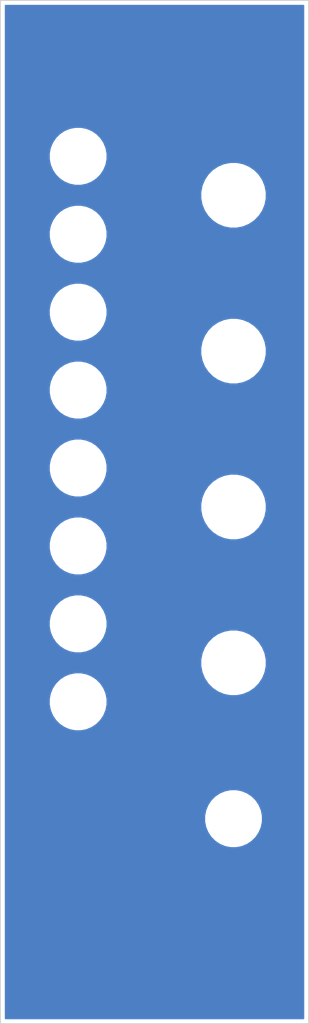
<source format=kicad_pcb>
(kicad_pcb (version 20171130) (host pcbnew 5.1.5-52549c5~86~ubuntu19.04.1)

  (general
    (thickness 1.6)
    (drawings 8)
    (tracks 0)
    (zones 0)
    (modules 13)
    (nets 1)
  )

  (page A4)
  (title_block
    (title ADSR)
    (date 2019-09-22)
    (rev 01)
    (comment 1 "Original design by René Schmitz")
    (comment 2 "PCB for Panel")
    (comment 4 "License CC BY 4.0 - Attribution 4.0 International")
  )

  (layers
    (0 F.Cu signal)
    (31 B.Cu signal)
    (32 B.Adhes user)
    (33 F.Adhes user)
    (34 B.Paste user)
    (35 F.Paste user)
    (36 B.SilkS user)
    (37 F.SilkS user)
    (38 B.Mask user)
    (39 F.Mask user)
    (40 Dwgs.User user)
    (41 Cmts.User user)
    (42 Eco1.User user)
    (43 Eco2.User user)
    (44 Edge.Cuts user)
    (45 Margin user)
    (46 B.CrtYd user)
    (47 F.CrtYd user)
    (48 B.Fab user)
    (49 F.Fab user)
  )

  (setup
    (last_trace_width 0.25)
    (trace_clearance 0.2)
    (zone_clearance 0.508)
    (zone_45_only no)
    (trace_min 0.2)
    (via_size 0.8)
    (via_drill 0.4)
    (via_min_size 0.4)
    (via_min_drill 0.3)
    (uvia_size 0.3)
    (uvia_drill 0.1)
    (uvias_allowed no)
    (uvia_min_size 0.2)
    (uvia_min_drill 0.1)
    (edge_width 0.05)
    (segment_width 0.2)
    (pcb_text_width 0.3)
    (pcb_text_size 1.5 1.5)
    (mod_edge_width 0.12)
    (mod_text_size 1 1)
    (mod_text_width 0.15)
    (pad_size 5 5)
    (pad_drill 0)
    (pad_to_mask_clearance 0.051)
    (solder_mask_min_width 0.25)
    (aux_axis_origin 0 0)
    (visible_elements 7FFFFFFF)
    (pcbplotparams
      (layerselection 0x010f0_ffffffff)
      (usegerberextensions false)
      (usegerberattributes false)
      (usegerberadvancedattributes false)
      (creategerberjobfile false)
      (excludeedgelayer true)
      (linewidth 0.100000)
      (plotframeref false)
      (viasonmask false)
      (mode 1)
      (useauxorigin false)
      (hpglpennumber 1)
      (hpglpenspeed 20)
      (hpglpendiameter 15.000000)
      (psnegative false)
      (psa4output false)
      (plotreference true)
      (plotvalue true)
      (plotinvisibletext false)
      (padsonsilk false)
      (subtractmaskfromsilk false)
      (outputformat 1)
      (mirror false)
      (drillshape 0)
      (scaleselection 1)
      (outputdirectory "gerbers/"))
  )

  (net 0 "")

  (net_class Default "This is the default net class."
    (clearance 0.2)
    (trace_width 0.25)
    (via_dia 0.8)
    (via_drill 0.4)
    (uvia_dia 0.3)
    (uvia_drill 0.1)
  )

  (module elektrophon:panel_jack (layer F.Cu) (tedit 5DA46DDA) (tstamp 5D6B4C03)
    (at 55.88 132.08)
    (descr "Mounting Hole 8.4mm, no annular, M8")
    (tags "mounting hole 8.4mm no annular m8")
    (path /5D6B07F8)
    (attr virtual)
    (fp_text reference H7 (at 0 -9.4) (layer F.SilkS) hide
      (effects (font (size 1 1) (thickness 0.15)))
    )
    (fp_text value out (at 0 9.144) (layer F.Mask) hide
      (effects (font (size 2 1.4) (thickness 0.25)))
    )
    (fp_circle (center 0 0) (end 4.2 0) (layer F.CrtYd) (width 0.05))
    (fp_circle (center 0 0) (end 4 0) (layer Cmts.User) (width 0.15))
    (fp_text user %R (at 0.3 0) (layer F.Fab) hide
      (effects (font (size 1 1) (thickness 0.15)))
    )
    (pad "" np_thru_hole circle (at 0 0) (size 6.4 6.4) (drill 6.4) (layers *.Cu *.Mask))
    (model "${KIPRJMOD}/../../../lib/kicad/models/PJ301M-12 Thonkiconn v0.2.stp"
      (offset (xyz 0 0.8 -10.5))
      (scale (xyz 1 1 1))
      (rotate (xyz 0 0 0))
    )
  )

  (module elektrophon:panel_potentiometer (layer F.Cu) (tedit 5DA46CEF) (tstamp 5EADD279)
    (at 55.88 50.8)
    (descr "Mounting Hole 8.4mm, no annular, M8")
    (tags "mounting hole 8.4mm no annular m8")
    (path /5D6AFC22)
    (attr virtual)
    (fp_text reference H2 (at 0 -9.4) (layer F.SilkS) hide
      (effects (font (size 1 1) (thickness 0.15)))
    )
    (fp_text value "#1" (at -26.67 0 90) (layer F.Mask)
      (effects (font (size 2 1.4) (thickness 0.25)))
    )
    (fp_circle (center 0 0) (end 6.6 0) (layer F.CrtYd) (width 0.05))
    (fp_circle (center 0 0) (end 6.35 0) (layer Cmts.User) (width 0.15))
    (fp_text user %R (at 0.3 0) (layer F.Fab)
      (effects (font (size 1 1) (thickness 0.15)))
    )
    (pad "" np_thru_hole circle (at 0 0) (size 7.4 7.4) (drill 7.4) (layers *.Cu *.Mask))
    (model "${KIPRJMOD}/../../../lib/kicad/models/chroma cap.step"
      (offset (xyz 0 0 8))
      (scale (xyz 1 1 1))
      (rotate (xyz -90 0 0))
    )
  )

  (module elektrophon:panel_jack (layer F.Cu) (tedit 5DA46DDA) (tstamp 5EADD271)
    (at 35.56 45.72)
    (descr "Mounting Hole 8.4mm, no annular, M8")
    (tags "mounting hole 8.4mm no annular m8")
    (path /5D6B047C)
    (attr virtual)
    (fp_text reference H1 (at 0 -9.4) (layer F.SilkS) hide
      (effects (font (size 1 1) (thickness 0.15)))
    )
    (fp_text value in1 (at 0 9.144) (layer F.Mask) hide
      (effects (font (size 2 1.4) (thickness 0.25)))
    )
    (fp_circle (center 0 0) (end 4.2 0) (layer F.CrtYd) (width 0.05))
    (fp_circle (center 0 0) (end 4 0) (layer Cmts.User) (width 0.15))
    (fp_text user %R (at 0.3 0) (layer F.Fab) hide
      (effects (font (size 1 1) (thickness 0.15)))
    )
    (pad "" np_thru_hole circle (at 0 0) (size 6.4 6.4) (drill 6.4) (layers *.Cu *.Mask))
    (model "${KIPRJMOD}/../../../lib/kicad/models/PJ301M-12 Thonkiconn v0.2.stp"
      (offset (xyz 0 0.8 -10.5))
      (scale (xyz 1 1 1))
      (rotate (xyz 0 0 0))
    )
  )

  (module elektrophon:panel_potentiometer (layer F.Cu) (tedit 5DA46CEF) (tstamp 5EADD16B)
    (at 55.88 111.76)
    (descr "Mounting Hole 8.4mm, no annular, M8")
    (tags "mounting hole 8.4mm no annular m8")
    (path /5EADB1C2)
    (attr virtual)
    (fp_text reference H13 (at 0 -9.4) (layer F.SilkS) hide
      (effects (font (size 1 1) (thickness 0.15)))
    )
    (fp_text value "#4" (at -26.67 0 90) (layer F.Mask)
      (effects (font (size 2 1.4) (thickness 0.25)))
    )
    (fp_circle (center 0 0) (end 6.6 0) (layer F.CrtYd) (width 0.05))
    (fp_circle (center 0 0) (end 6.35 0) (layer Cmts.User) (width 0.15))
    (fp_text user %R (at 0.3 0) (layer F.Fab)
      (effects (font (size 1 1) (thickness 0.15)))
    )
    (pad "" np_thru_hole circle (at 0 0) (size 7.4 7.4) (drill 7.4) (layers *.Cu *.Mask))
    (model "${KIPRJMOD}/../../../lib/kicad/models/chroma cap.step"
      (offset (xyz 0 0 8))
      (scale (xyz 1 1 1))
      (rotate (xyz -90 0 0))
    )
  )

  (module elektrophon:panel_potentiometer (layer F.Cu) (tedit 5DA46CEF) (tstamp 5EADD163)
    (at 55.88 91.44)
    (descr "Mounting Hole 8.4mm, no annular, M8")
    (tags "mounting hole 8.4mm no annular m8")
    (path /5EADA36C)
    (attr virtual)
    (fp_text reference H12 (at 0 -9.4) (layer F.SilkS) hide
      (effects (font (size 1 1) (thickness 0.15)))
    )
    (fp_text value "#3" (at -26.67 0 90) (layer F.Mask)
      (effects (font (size 2 1.4) (thickness 0.25)))
    )
    (fp_circle (center 0 0) (end 6.6 0) (layer F.CrtYd) (width 0.05))
    (fp_circle (center 0 0) (end 6.35 0) (layer Cmts.User) (width 0.15))
    (fp_text user %R (at 0.3 0) (layer F.Fab)
      (effects (font (size 1 1) (thickness 0.15)))
    )
    (pad "" np_thru_hole circle (at 0 0) (size 7.4 7.4) (drill 7.4) (layers *.Cu *.Mask))
    (model "${KIPRJMOD}/../../../lib/kicad/models/chroma cap.step"
      (offset (xyz 0 0 8))
      (scale (xyz 1 1 1))
      (rotate (xyz -90 0 0))
    )
  )

  (module elektrophon:panel_potentiometer (layer F.Cu) (tedit 5DA46CEF) (tstamp 5EADD15B)
    (at 55.88 71.12)
    (descr "Mounting Hole 8.4mm, no annular, M8")
    (tags "mounting hole 8.4mm no annular m8")
    (path /5EAD9687)
    (attr virtual)
    (fp_text reference H11 (at 0 -9.4) (layer F.SilkS) hide
      (effects (font (size 1 1) (thickness 0.15)))
    )
    (fp_text value "#2" (at -26.67 0 90) (layer F.Mask)
      (effects (font (size 2 1.4) (thickness 0.25)))
    )
    (fp_circle (center 0 0) (end 6.6 0) (layer F.CrtYd) (width 0.05))
    (fp_circle (center 0 0) (end 6.35 0) (layer Cmts.User) (width 0.15))
    (fp_text user %R (at 0.3 0) (layer F.Fab)
      (effects (font (size 1 1) (thickness 0.15)))
    )
    (pad "" np_thru_hole circle (at 0 0) (size 7.4 7.4) (drill 7.4) (layers *.Cu *.Mask))
    (model "${KIPRJMOD}/../../../lib/kicad/models/chroma cap.step"
      (offset (xyz 0 0 8))
      (scale (xyz 1 1 1))
      (rotate (xyz -90 0 0))
    )
  )

  (module elektrophon:panel_jack (layer F.Cu) (tedit 5DA46DDA) (tstamp 5EADD153)
    (at 35.56 116.84)
    (descr "Mounting Hole 8.4mm, no annular, M8")
    (tags "mounting hole 8.4mm no annular m8")
    (path /5EADB1CE)
    (attr virtual)
    (fp_text reference H10 (at 0 -9.4) (layer F.SilkS) hide
      (effects (font (size 1 1) (thickness 0.15)))
    )
    (fp_text value out4 (at 0 9.144) (layer F.Mask) hide
      (effects (font (size 2 1.4) (thickness 0.25)))
    )
    (fp_circle (center 0 0) (end 4.2 0) (layer F.CrtYd) (width 0.05))
    (fp_circle (center 0 0) (end 4 0) (layer Cmts.User) (width 0.15))
    (fp_text user %R (at 0.3 0) (layer F.Fab) hide
      (effects (font (size 1 1) (thickness 0.15)))
    )
    (pad "" np_thru_hole circle (at 0 0) (size 6.4 6.4) (drill 6.4) (layers *.Cu *.Mask))
    (model "${KIPRJMOD}/../../../lib/kicad/models/PJ301M-12 Thonkiconn v0.2.stp"
      (offset (xyz 0 0.8 -10.5))
      (scale (xyz 1 1 1))
      (rotate (xyz 0 0 0))
    )
  )

  (module elektrophon:panel_jack (layer F.Cu) (tedit 5DA46DDA) (tstamp 5EADD14B)
    (at 35.56 106.68)
    (descr "Mounting Hole 8.4mm, no annular, M8")
    (tags "mounting hole 8.4mm no annular m8")
    (path /5EADB1C8)
    (attr virtual)
    (fp_text reference H9 (at 0 -9.4) (layer F.SilkS) hide
      (effects (font (size 1 1) (thickness 0.15)))
    )
    (fp_text value in4 (at 0 9.144) (layer F.Mask) hide
      (effects (font (size 2 1.4) (thickness 0.25)))
    )
    (fp_circle (center 0 0) (end 4.2 0) (layer F.CrtYd) (width 0.05))
    (fp_circle (center 0 0) (end 4 0) (layer Cmts.User) (width 0.15))
    (fp_text user %R (at 0.3 0) (layer F.Fab) hide
      (effects (font (size 1 1) (thickness 0.15)))
    )
    (pad "" np_thru_hole circle (at 0 0) (size 6.4 6.4) (drill 6.4) (layers *.Cu *.Mask))
    (model "${KIPRJMOD}/../../../lib/kicad/models/PJ301M-12 Thonkiconn v0.2.stp"
      (offset (xyz 0 0.8 -10.5))
      (scale (xyz 1 1 1))
      (rotate (xyz 0 0 0))
    )
  )

  (module elektrophon:panel_jack (layer F.Cu) (tedit 5DA46DDA) (tstamp 5EADD143)
    (at 35.56 96.52)
    (descr "Mounting Hole 8.4mm, no annular, M8")
    (tags "mounting hole 8.4mm no annular m8")
    (path /5EADA378)
    (attr virtual)
    (fp_text reference H8 (at 0 -9.4) (layer F.SilkS) hide
      (effects (font (size 1 1) (thickness 0.15)))
    )
    (fp_text value out3 (at 0 9.144) (layer F.Mask) hide
      (effects (font (size 2 1.4) (thickness 0.25)))
    )
    (fp_circle (center 0 0) (end 4.2 0) (layer F.CrtYd) (width 0.05))
    (fp_circle (center 0 0) (end 4 0) (layer Cmts.User) (width 0.15))
    (fp_text user %R (at 0.3 0) (layer F.Fab) hide
      (effects (font (size 1 1) (thickness 0.15)))
    )
    (pad "" np_thru_hole circle (at 0 0) (size 6.4 6.4) (drill 6.4) (layers *.Cu *.Mask))
    (model "${KIPRJMOD}/../../../lib/kicad/models/PJ301M-12 Thonkiconn v0.2.stp"
      (offset (xyz 0 0.8 -10.5))
      (scale (xyz 1 1 1))
      (rotate (xyz 0 0 0))
    )
  )

  (module elektrophon:panel_jack (layer F.Cu) (tedit 5DA46DDA) (tstamp 5EADD12D)
    (at 35.56 86.36)
    (descr "Mounting Hole 8.4mm, no annular, M8")
    (tags "mounting hole 8.4mm no annular m8")
    (path /5EADA372)
    (attr virtual)
    (fp_text reference H6 (at 0 -9.4) (layer F.SilkS) hide
      (effects (font (size 1 1) (thickness 0.15)))
    )
    (fp_text value in3 (at 0 9.144) (layer F.Mask) hide
      (effects (font (size 2 1.4) (thickness 0.25)))
    )
    (fp_circle (center 0 0) (end 4.2 0) (layer F.CrtYd) (width 0.05))
    (fp_circle (center 0 0) (end 4 0) (layer Cmts.User) (width 0.15))
    (fp_text user %R (at 0.3 0) (layer F.Fab) hide
      (effects (font (size 1 1) (thickness 0.15)))
    )
    (pad "" np_thru_hole circle (at 0 0) (size 6.4 6.4) (drill 6.4) (layers *.Cu *.Mask))
    (model "${KIPRJMOD}/../../../lib/kicad/models/PJ301M-12 Thonkiconn v0.2.stp"
      (offset (xyz 0 0.8 -10.5))
      (scale (xyz 1 1 1))
      (rotate (xyz 0 0 0))
    )
  )

  (module elektrophon:panel_jack (layer F.Cu) (tedit 5DA46DDA) (tstamp 5EADD125)
    (at 35.56 76.2)
    (descr "Mounting Hole 8.4mm, no annular, M8")
    (tags "mounting hole 8.4mm no annular m8")
    (path /5EAD9693)
    (attr virtual)
    (fp_text reference H5 (at 0 -9.4) (layer F.SilkS) hide
      (effects (font (size 1 1) (thickness 0.15)))
    )
    (fp_text value out2 (at 0 9.144) (layer F.Mask) hide
      (effects (font (size 2 1.4) (thickness 0.25)))
    )
    (fp_circle (center 0 0) (end 4.2 0) (layer F.CrtYd) (width 0.05))
    (fp_circle (center 0 0) (end 4 0) (layer Cmts.User) (width 0.15))
    (fp_text user %R (at 0.3 0) (layer F.Fab) hide
      (effects (font (size 1 1) (thickness 0.15)))
    )
    (pad "" np_thru_hole circle (at 0 0) (size 6.4 6.4) (drill 6.4) (layers *.Cu *.Mask))
    (model "${KIPRJMOD}/../../../lib/kicad/models/PJ301M-12 Thonkiconn v0.2.stp"
      (offset (xyz 0 0.8 -10.5))
      (scale (xyz 1 1 1))
      (rotate (xyz 0 0 0))
    )
  )

  (module elektrophon:panel_jack (layer F.Cu) (tedit 5DA46DDA) (tstamp 5EADD11D)
    (at 35.56 66.04)
    (descr "Mounting Hole 8.4mm, no annular, M8")
    (tags "mounting hole 8.4mm no annular m8")
    (path /5EAD968D)
    (attr virtual)
    (fp_text reference H4 (at 0 -9.4) (layer F.SilkS) hide
      (effects (font (size 1 1) (thickness 0.15)))
    )
    (fp_text value in2 (at 0 9.144) (layer F.Mask) hide
      (effects (font (size 2 1.4) (thickness 0.25)))
    )
    (fp_circle (center 0 0) (end 4.2 0) (layer F.CrtYd) (width 0.05))
    (fp_circle (center 0 0) (end 4 0) (layer Cmts.User) (width 0.15))
    (fp_text user %R (at 0.3 0) (layer F.Fab) hide
      (effects (font (size 1 1) (thickness 0.15)))
    )
    (pad "" np_thru_hole circle (at 0 0) (size 6.4 6.4) (drill 6.4) (layers *.Cu *.Mask))
    (model "${KIPRJMOD}/../../../lib/kicad/models/PJ301M-12 Thonkiconn v0.2.stp"
      (offset (xyz 0 0.8 -10.5))
      (scale (xyz 1 1 1))
      (rotate (xyz 0 0 0))
    )
  )

  (module elektrophon:panel_jack (layer F.Cu) (tedit 5DA46DDA) (tstamp 5EADD115)
    (at 35.56 55.88)
    (descr "Mounting Hole 8.4mm, no annular, M8")
    (tags "mounting hole 8.4mm no annular m8")
    (path /5EAD83BF)
    (attr virtual)
    (fp_text reference H3 (at 0 -9.4) (layer F.SilkS) hide
      (effects (font (size 1 1) (thickness 0.15)))
    )
    (fp_text value out2 (at 0 9.144) (layer F.Mask) hide
      (effects (font (size 2 1.4) (thickness 0.25)))
    )
    (fp_circle (center 0 0) (end 4.2 0) (layer F.CrtYd) (width 0.05))
    (fp_circle (center 0 0) (end 4 0) (layer Cmts.User) (width 0.15))
    (fp_text user %R (at 0.3 0) (layer F.Fab) hide
      (effects (font (size 1 1) (thickness 0.15)))
    )
    (pad "" np_thru_hole circle (at 0 0) (size 6.4 6.4) (drill 6.4) (layers *.Cu *.Mask))
    (model "${KIPRJMOD}/../../../lib/kicad/models/PJ301M-12 Thonkiconn v0.2.stp"
      (offset (xyz 0 0.8 -10.5))
      (scale (xyz 1 1 1))
      (rotate (xyz 0 0 0))
    )
  )

  (gr_text -1 (at 47.244 28.702) (layer F.Mask) (tstamp 5EABDDEB)
    (effects (font (size 2 2) (thickness 0.35)))
  )
  (gr_text R01 (at 60.12 155.09) (layer F.Cu)
    (effects (font (size 2 1.4) (thickness 0.25)))
  )
  (gr_text out (at 55.88 141.22) (layer F.Mask) (tstamp 5D87320C)
    (effects (font (size 2 1.4) (thickness 0.25)))
  )
  (gr_text Σ (at 43.688 30.48) (layer F.Mask)
    (effects (font (size 3 3) (thickness 0.35)))
  )
  (gr_line (start 65.7 158.8) (end 25.4 158.8) (layer Edge.Cuts) (width 0.12))
  (gr_line (start 65.7 25.4) (end 65.7 158.8) (layer Edge.Cuts) (width 0.12))
  (gr_line (start 25.4 25.4) (end 25.4 158.8) (layer Edge.Cuts) (width 0.12))
  (gr_line (start 25.4 25.4) (end 65.7 25.4) (layer Edge.Cuts) (width 0.12))

  (zone (net 0) (net_name "") (layer B.Cu) (tstamp 5D874006) (hatch edge 0.508)
    (connect_pads (clearance 0.508))
    (min_thickness 0.254)
    (fill yes (arc_segments 32) (thermal_gap 0.508) (thermal_bridge_width 0.508))
    (polygon
      (pts
        (xy 25.39 25.34) (xy 65.72 25.41) (xy 65.69 158.79) (xy 25.41 158.79)
      )
    )
    (filled_polygon
      (pts
        (xy 65.005001 158.105) (xy 26.095 158.105) (xy 26.095 131.702285) (xy 52.045 131.702285) (xy 52.045 132.457715)
        (xy 52.192377 133.198628) (xy 52.481467 133.896554) (xy 52.901161 134.52467) (xy 53.43533 135.058839) (xy 54.063446 135.478533)
        (xy 54.761372 135.767623) (xy 55.502285 135.915) (xy 56.257715 135.915) (xy 56.998628 135.767623) (xy 57.696554 135.478533)
        (xy 58.32467 135.058839) (xy 58.858839 134.52467) (xy 59.278533 133.896554) (xy 59.567623 133.198628) (xy 59.715 132.457715)
        (xy 59.715 131.702285) (xy 59.567623 130.961372) (xy 59.278533 130.263446) (xy 58.858839 129.63533) (xy 58.32467 129.101161)
        (xy 57.696554 128.681467) (xy 56.998628 128.392377) (xy 56.257715 128.245) (xy 55.502285 128.245) (xy 54.761372 128.392377)
        (xy 54.063446 128.681467) (xy 53.43533 129.101161) (xy 52.901161 129.63533) (xy 52.481467 130.263446) (xy 52.192377 130.961372)
        (xy 52.045 131.702285) (xy 26.095 131.702285) (xy 26.095 116.462285) (xy 31.725 116.462285) (xy 31.725 117.217715)
        (xy 31.872377 117.958628) (xy 32.161467 118.656554) (xy 32.581161 119.28467) (xy 33.11533 119.818839) (xy 33.743446 120.238533)
        (xy 34.441372 120.527623) (xy 35.182285 120.675) (xy 35.937715 120.675) (xy 36.678628 120.527623) (xy 37.376554 120.238533)
        (xy 38.00467 119.818839) (xy 38.538839 119.28467) (xy 38.958533 118.656554) (xy 39.247623 117.958628) (xy 39.395 117.217715)
        (xy 39.395 116.462285) (xy 39.247623 115.721372) (xy 38.958533 115.023446) (xy 38.538839 114.39533) (xy 38.00467 113.861161)
        (xy 37.376554 113.441467) (xy 36.678628 113.152377) (xy 35.937715 113.005) (xy 35.182285 113.005) (xy 34.441372 113.152377)
        (xy 33.743446 113.441467) (xy 33.11533 113.861161) (xy 32.581161 114.39533) (xy 32.161467 115.023446) (xy 31.872377 115.721372)
        (xy 31.725 116.462285) (xy 26.095 116.462285) (xy 26.095 111.33304) (xy 51.545 111.33304) (xy 51.545 112.18696)
        (xy 51.711592 113.024473) (xy 52.038373 113.813392) (xy 52.512786 114.523401) (xy 53.116599 115.127214) (xy 53.826608 115.601627)
        (xy 54.615527 115.928408) (xy 55.45304 116.095) (xy 56.30696 116.095) (xy 57.144473 115.928408) (xy 57.933392 115.601627)
        (xy 58.643401 115.127214) (xy 59.247214 114.523401) (xy 59.721627 113.813392) (xy 60.048408 113.024473) (xy 60.215 112.18696)
        (xy 60.215 111.33304) (xy 60.048408 110.495527) (xy 59.721627 109.706608) (xy 59.247214 108.996599) (xy 58.643401 108.392786)
        (xy 57.933392 107.918373) (xy 57.144473 107.591592) (xy 56.30696 107.425) (xy 55.45304 107.425) (xy 54.615527 107.591592)
        (xy 53.826608 107.918373) (xy 53.116599 108.392786) (xy 52.512786 108.996599) (xy 52.038373 109.706608) (xy 51.711592 110.495527)
        (xy 51.545 111.33304) (xy 26.095 111.33304) (xy 26.095 106.302285) (xy 31.725 106.302285) (xy 31.725 107.057715)
        (xy 31.872377 107.798628) (xy 32.161467 108.496554) (xy 32.581161 109.12467) (xy 33.11533 109.658839) (xy 33.743446 110.078533)
        (xy 34.441372 110.367623) (xy 35.182285 110.515) (xy 35.937715 110.515) (xy 36.678628 110.367623) (xy 37.376554 110.078533)
        (xy 38.00467 109.658839) (xy 38.538839 109.12467) (xy 38.958533 108.496554) (xy 39.247623 107.798628) (xy 39.395 107.057715)
        (xy 39.395 106.302285) (xy 39.247623 105.561372) (xy 38.958533 104.863446) (xy 38.538839 104.23533) (xy 38.00467 103.701161)
        (xy 37.376554 103.281467) (xy 36.678628 102.992377) (xy 35.937715 102.845) (xy 35.182285 102.845) (xy 34.441372 102.992377)
        (xy 33.743446 103.281467) (xy 33.11533 103.701161) (xy 32.581161 104.23533) (xy 32.161467 104.863446) (xy 31.872377 105.561372)
        (xy 31.725 106.302285) (xy 26.095 106.302285) (xy 26.095 96.142285) (xy 31.725 96.142285) (xy 31.725 96.897715)
        (xy 31.872377 97.638628) (xy 32.161467 98.336554) (xy 32.581161 98.96467) (xy 33.11533 99.498839) (xy 33.743446 99.918533)
        (xy 34.441372 100.207623) (xy 35.182285 100.355) (xy 35.937715 100.355) (xy 36.678628 100.207623) (xy 37.376554 99.918533)
        (xy 38.00467 99.498839) (xy 38.538839 98.96467) (xy 38.958533 98.336554) (xy 39.247623 97.638628) (xy 39.395 96.897715)
        (xy 39.395 96.142285) (xy 39.247623 95.401372) (xy 38.958533 94.703446) (xy 38.538839 94.07533) (xy 38.00467 93.541161)
        (xy 37.376554 93.121467) (xy 36.678628 92.832377) (xy 35.937715 92.685) (xy 35.182285 92.685) (xy 34.441372 92.832377)
        (xy 33.743446 93.121467) (xy 33.11533 93.541161) (xy 32.581161 94.07533) (xy 32.161467 94.703446) (xy 31.872377 95.401372)
        (xy 31.725 96.142285) (xy 26.095 96.142285) (xy 26.095 91.01304) (xy 51.545 91.01304) (xy 51.545 91.86696)
        (xy 51.711592 92.704473) (xy 52.038373 93.493392) (xy 52.512786 94.203401) (xy 53.116599 94.807214) (xy 53.826608 95.281627)
        (xy 54.615527 95.608408) (xy 55.45304 95.775) (xy 56.30696 95.775) (xy 57.144473 95.608408) (xy 57.933392 95.281627)
        (xy 58.643401 94.807214) (xy 59.247214 94.203401) (xy 59.721627 93.493392) (xy 60.048408 92.704473) (xy 60.215 91.86696)
        (xy 60.215 91.01304) (xy 60.048408 90.175527) (xy 59.721627 89.386608) (xy 59.247214 88.676599) (xy 58.643401 88.072786)
        (xy 57.933392 87.598373) (xy 57.144473 87.271592) (xy 56.30696 87.105) (xy 55.45304 87.105) (xy 54.615527 87.271592)
        (xy 53.826608 87.598373) (xy 53.116599 88.072786) (xy 52.512786 88.676599) (xy 52.038373 89.386608) (xy 51.711592 90.175527)
        (xy 51.545 91.01304) (xy 26.095 91.01304) (xy 26.095 85.982285) (xy 31.725 85.982285) (xy 31.725 86.737715)
        (xy 31.872377 87.478628) (xy 32.161467 88.176554) (xy 32.581161 88.80467) (xy 33.11533 89.338839) (xy 33.743446 89.758533)
        (xy 34.441372 90.047623) (xy 35.182285 90.195) (xy 35.937715 90.195) (xy 36.678628 90.047623) (xy 37.376554 89.758533)
        (xy 38.00467 89.338839) (xy 38.538839 88.80467) (xy 38.958533 88.176554) (xy 39.247623 87.478628) (xy 39.395 86.737715)
        (xy 39.395 85.982285) (xy 39.247623 85.241372) (xy 38.958533 84.543446) (xy 38.538839 83.91533) (xy 38.00467 83.381161)
        (xy 37.376554 82.961467) (xy 36.678628 82.672377) (xy 35.937715 82.525) (xy 35.182285 82.525) (xy 34.441372 82.672377)
        (xy 33.743446 82.961467) (xy 33.11533 83.381161) (xy 32.581161 83.91533) (xy 32.161467 84.543446) (xy 31.872377 85.241372)
        (xy 31.725 85.982285) (xy 26.095 85.982285) (xy 26.095 75.822285) (xy 31.725 75.822285) (xy 31.725 76.577715)
        (xy 31.872377 77.318628) (xy 32.161467 78.016554) (xy 32.581161 78.64467) (xy 33.11533 79.178839) (xy 33.743446 79.598533)
        (xy 34.441372 79.887623) (xy 35.182285 80.035) (xy 35.937715 80.035) (xy 36.678628 79.887623) (xy 37.376554 79.598533)
        (xy 38.00467 79.178839) (xy 38.538839 78.64467) (xy 38.958533 78.016554) (xy 39.247623 77.318628) (xy 39.395 76.577715)
        (xy 39.395 75.822285) (xy 39.247623 75.081372) (xy 38.958533 74.383446) (xy 38.538839 73.75533) (xy 38.00467 73.221161)
        (xy 37.376554 72.801467) (xy 36.678628 72.512377) (xy 35.937715 72.365) (xy 35.182285 72.365) (xy 34.441372 72.512377)
        (xy 33.743446 72.801467) (xy 33.11533 73.221161) (xy 32.581161 73.75533) (xy 32.161467 74.383446) (xy 31.872377 75.081372)
        (xy 31.725 75.822285) (xy 26.095 75.822285) (xy 26.095 70.69304) (xy 51.545 70.69304) (xy 51.545 71.54696)
        (xy 51.711592 72.384473) (xy 52.038373 73.173392) (xy 52.512786 73.883401) (xy 53.116599 74.487214) (xy 53.826608 74.961627)
        (xy 54.615527 75.288408) (xy 55.45304 75.455) (xy 56.30696 75.455) (xy 57.144473 75.288408) (xy 57.933392 74.961627)
        (xy 58.643401 74.487214) (xy 59.247214 73.883401) (xy 59.721627 73.173392) (xy 60.048408 72.384473) (xy 60.215 71.54696)
        (xy 60.215 70.69304) (xy 60.048408 69.855527) (xy 59.721627 69.066608) (xy 59.247214 68.356599) (xy 58.643401 67.752786)
        (xy 57.933392 67.278373) (xy 57.144473 66.951592) (xy 56.30696 66.785) (xy 55.45304 66.785) (xy 54.615527 66.951592)
        (xy 53.826608 67.278373) (xy 53.116599 67.752786) (xy 52.512786 68.356599) (xy 52.038373 69.066608) (xy 51.711592 69.855527)
        (xy 51.545 70.69304) (xy 26.095 70.69304) (xy 26.095 65.662285) (xy 31.725 65.662285) (xy 31.725 66.417715)
        (xy 31.872377 67.158628) (xy 32.161467 67.856554) (xy 32.581161 68.48467) (xy 33.11533 69.018839) (xy 33.743446 69.438533)
        (xy 34.441372 69.727623) (xy 35.182285 69.875) (xy 35.937715 69.875) (xy 36.678628 69.727623) (xy 37.376554 69.438533)
        (xy 38.00467 69.018839) (xy 38.538839 68.48467) (xy 38.958533 67.856554) (xy 39.247623 67.158628) (xy 39.395 66.417715)
        (xy 39.395 65.662285) (xy 39.247623 64.921372) (xy 38.958533 64.223446) (xy 38.538839 63.59533) (xy 38.00467 63.061161)
        (xy 37.376554 62.641467) (xy 36.678628 62.352377) (xy 35.937715 62.205) (xy 35.182285 62.205) (xy 34.441372 62.352377)
        (xy 33.743446 62.641467) (xy 33.11533 63.061161) (xy 32.581161 63.59533) (xy 32.161467 64.223446) (xy 31.872377 64.921372)
        (xy 31.725 65.662285) (xy 26.095 65.662285) (xy 26.095 55.502285) (xy 31.725 55.502285) (xy 31.725 56.257715)
        (xy 31.872377 56.998628) (xy 32.161467 57.696554) (xy 32.581161 58.32467) (xy 33.11533 58.858839) (xy 33.743446 59.278533)
        (xy 34.441372 59.567623) (xy 35.182285 59.715) (xy 35.937715 59.715) (xy 36.678628 59.567623) (xy 37.376554 59.278533)
        (xy 38.00467 58.858839) (xy 38.538839 58.32467) (xy 38.958533 57.696554) (xy 39.247623 56.998628) (xy 39.395 56.257715)
        (xy 39.395 55.502285) (xy 39.247623 54.761372) (xy 38.958533 54.063446) (xy 38.538839 53.43533) (xy 38.00467 52.901161)
        (xy 37.376554 52.481467) (xy 36.678628 52.192377) (xy 35.937715 52.045) (xy 35.182285 52.045) (xy 34.441372 52.192377)
        (xy 33.743446 52.481467) (xy 33.11533 52.901161) (xy 32.581161 53.43533) (xy 32.161467 54.063446) (xy 31.872377 54.761372)
        (xy 31.725 55.502285) (xy 26.095 55.502285) (xy 26.095 50.37304) (xy 51.545 50.37304) (xy 51.545 51.22696)
        (xy 51.711592 52.064473) (xy 52.038373 52.853392) (xy 52.512786 53.563401) (xy 53.116599 54.167214) (xy 53.826608 54.641627)
        (xy 54.615527 54.968408) (xy 55.45304 55.135) (xy 56.30696 55.135) (xy 57.144473 54.968408) (xy 57.933392 54.641627)
        (xy 58.643401 54.167214) (xy 59.247214 53.563401) (xy 59.721627 52.853392) (xy 60.048408 52.064473) (xy 60.215 51.22696)
        (xy 60.215 50.37304) (xy 60.048408 49.535527) (xy 59.721627 48.746608) (xy 59.247214 48.036599) (xy 58.643401 47.432786)
        (xy 57.933392 46.958373) (xy 57.144473 46.631592) (xy 56.30696 46.465) (xy 55.45304 46.465) (xy 54.615527 46.631592)
        (xy 53.826608 46.958373) (xy 53.116599 47.432786) (xy 52.512786 48.036599) (xy 52.038373 48.746608) (xy 51.711592 49.535527)
        (xy 51.545 50.37304) (xy 26.095 50.37304) (xy 26.095 45.342285) (xy 31.725 45.342285) (xy 31.725 46.097715)
        (xy 31.872377 46.838628) (xy 32.161467 47.536554) (xy 32.581161 48.16467) (xy 33.11533 48.698839) (xy 33.743446 49.118533)
        (xy 34.441372 49.407623) (xy 35.182285 49.555) (xy 35.937715 49.555) (xy 36.678628 49.407623) (xy 37.376554 49.118533)
        (xy 38.00467 48.698839) (xy 38.538839 48.16467) (xy 38.958533 47.536554) (xy 39.247623 46.838628) (xy 39.395 46.097715)
        (xy 39.395 45.342285) (xy 39.247623 44.601372) (xy 38.958533 43.903446) (xy 38.538839 43.27533) (xy 38.00467 42.741161)
        (xy 37.376554 42.321467) (xy 36.678628 42.032377) (xy 35.937715 41.885) (xy 35.182285 41.885) (xy 34.441372 42.032377)
        (xy 33.743446 42.321467) (xy 33.11533 42.741161) (xy 32.581161 43.27533) (xy 32.161467 43.903446) (xy 31.872377 44.601372)
        (xy 31.725 45.342285) (xy 26.095 45.342285) (xy 26.095 26.095) (xy 65.005 26.095)
      )
    )
  )
)

</source>
